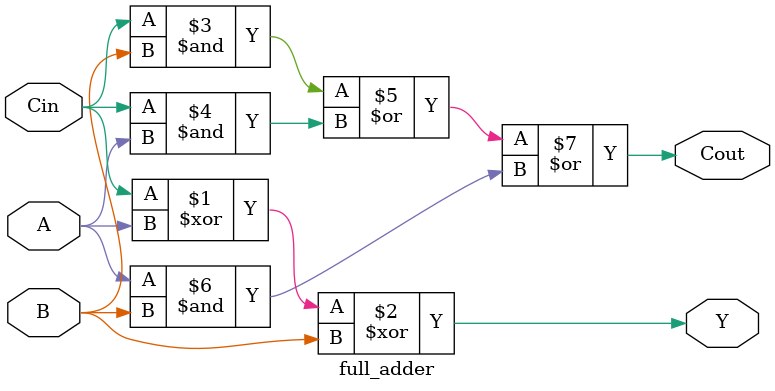
<source format=v>
module full_adder(
    input A, B, Cin,
    output Y,
    output Cout
);

    assign Y = Cin ^ A ^ B;

    assign Cout = (Cin & B) | (Cin & A) | (A & B);

endmodule
</source>
